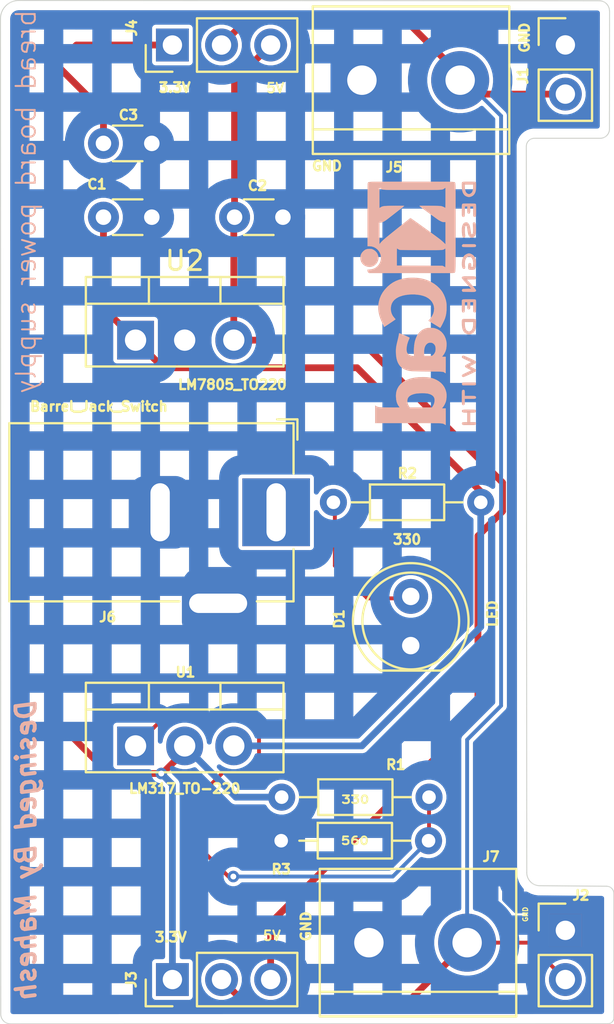
<source format=kicad_pcb>
(kicad_pcb (version 20241229) (generator "pcbnew") (generator_version "9.0")
  (layers (0 "F.Cu" signal) (2 "B.Cu" signal) (13 "F.Paste" user) (15 "B.Paste" user) (5 "F.SilkS" user "F.Silkscreen") (7 "B.SilkS" user "B.Silkscreen") (1 "F.Mask" user) (3 "B.Mask" user) (25 "Edge.Cuts" user))
  (net 0 "")
  (net 1 "/12V")
  (net 2 "GND")
  (net 3 "/5V")
  (net 4 "/3.3V")
  (net 5 "/PWR_output")
  (net 6 "/PWR_input")
  (net 7 "Net-(U1-ADJ)")
  (net 8 "Net-(D1-A)")
  (footprint "TerminalBlock:TerminalBlock_bornier-2_P5.08mm" (layer "F.Cu") (at 149.86 100.965)
    (property "Reference" "J7" (at 6.315 -4.44 0) (layer "F.SilkS") (effects (font (size 0.5 0.5) (thickness 0.125) (bold yes))))
    (property "Value" "Screw_Terminal_01x02" (hide yes))
    (pad "1" thru_hole rect (at 0 0) (size 3 3) (drill 1.52) (layers "*.Cu" "*.Mask") (net 2 "GND"))
    (pad "2" thru_hole circle (at 5.08 0) (size 3 3) (drill 1.52) (layers "*.Cu" "*.Mask") (net 5 "/PWR_output"))
  )
  (footprint "Connector_PinHeader_2.54mm:PinHeader_1x03_P2.54mm_Vertical" (layer "F.Cu") (at 139.7 102.87 90)
    (property "Reference" "J3" (at 0 -2.125 90) (layer "F.SilkS") (effects (font (size 0.5 0.5) (thickness 0.125) (bold yes))))
    (property "Value" "Conn_01x03_Pin" (hide yes))
    (pad "1" thru_hole rect (at 0 0 90) (size 1.7 1.7) (drill 1) (layers "*.Cu" "*.Mask") (net 4 "/3.3V"))
    (pad "2" thru_hole circle (at 0 2.54 90) (size 1.7 1.7) (drill 1) (layers "*.Cu" "*.Mask") (net 5 "/PWR_output"))
    (pad "3" thru_hole circle (at 0 5.08 90) (size 1.7 1.7) (drill 1) (layers "*.Cu" "*.Mask") (net 3 "/5V"))
  )
  (footprint "Resistor_THT:R_Axial_DIN0204_L3.6mm_D1.6mm_P7.62mm_Horizontal" (layer "F.Cu") (at 145.325 95.7)
    (property "Reference" "R3" (at 0 1.475 0) (layer "F.SilkS") (effects (font (size 0.5 0.5) (thickness 0.125) (bold yes))))
    (property "Value" "560" (at 3.81 0 0) (layer "F.SilkS") (effects (font (size 0.4 0.5) (thickness 0.125))))
    (pad "1" thru_hole circle (at 0 0) (size 1.4 1.4) (drill 0.7) (layers "*.Cu" "*.Mask") (net 2 "GND"))
    (pad "2" thru_hole circle (at 7.62 0) (size 1.4 1.4) (drill 0.7) (layers "*.Cu" "*.Mask") (net 7 "Net-(U1-ADJ)"))
  )
  (footprint "Connector_PinHeader_2.54mm:PinHeader_1x03_P2.54mm_Vertical" (layer "F.Cu") (at 139.7 54.61 90)
    (property "Reference" "J4" (at 0.885 -2.1 90) (layer "F.SilkS") (effects (font (size 0.5 0.5) (thickness 0.125) (bold yes))))
    (property "Value" "Conn_01x03_Pin" (hide yes))
    (pad "1" thru_hole rect (at 0 0 90) (size 1.7 1.7) (drill 1) (layers "*.Cu" "*.Mask") (net 4 "/3.3V"))
    (pad "2" thru_hole circle (at 0 2.54 90) (size 1.7 1.7) (drill 1) (layers "*.Cu" "*.Mask") (net 5 "/PWR_output"))
    (pad "3" thru_hole circle (at 0 5.08 90) (size 1.7 1.7) (drill 1) (layers "*.Cu" "*.Mask") (net 3 "/5V"))
  )
  (footprint "LED_THT:LED_D5.0mm" (layer "F.Cu") (at 152.025 85.625 90)
    (property "Reference" "D1" (at 1.375 -3.7 90) (layer "F.SilkS") (effects (font (size 0.5 0.5) (thickness 0.125) (bold yes))))
    (property "Value" "LED" (at 1.65 4.225 90) (layer "F.SilkS") (effects (font (size 0.5 0.5) (thickness 0.125) (bold yes))))
    (pad "1" thru_hole rect (at 0 0 90) (size 1.8 1.8) (drill 0.9) (layers "*.Cu" "*.Mask") (net 2 "GND"))
    (pad "2" thru_hole circle (at 2.54 0 90) (size 1.8 1.8) (drill 0.9) (layers "*.Cu" "*.Mask") (net 8 "Net-(D1-A)"))
  )
  (footprint "Capacitor_THT:C_Disc_D3.0mm_W1.6mm_P2.50mm" (layer "F.Cu") (at 142.915 63.5)
    (property "Reference" "C2" (at 1.185 -1.625 0) (layer "F.SilkS") (effects (font (size 0.5 0.5) (thickness 0.125) (bold yes))))
    (property "Value" "0.1u")
    (pad "1" thru_hole circle (at 0 0) (size 1.6 1.6) (drill 0.8) (layers "*.Cu" "*.Mask") (net 3 "/5V"))
    (pad "2" thru_hole circle (at 2.5 0) (size 1.6 1.6) (drill 0.8) (layers "*.Cu" "*.Mask") (net 2 "GND"))
  )
  (footprint "Capacitor_THT:C_Disc_D3.0mm_W1.6mm_P2.50mm" (layer "F.Cu") (at 136.135 59.69)
    (property "Reference" "C3" (at 1.29 -1.465 0) (layer "F.SilkS") (effects (font (size 0.5 0.5) (thickness 0.125) (bold yes))))
    (property "Value" "1u" (hide yes))
    (pad "1" thru_hole circle (at 0 0) (size 1.6 1.6) (drill 0.8) (layers "*.Cu" "*.Mask") (net 4 "/3.3V"))
    (pad "2" thru_hole circle (at 2.5 0) (size 1.6 1.6) (drill 0.8) (layers "*.Cu" "*.Mask") (net 2 "GND"))
  )
  (footprint "Connector_BarrelJack:BarrelJack_Horizontal" (layer "F.Cu") (at 145.065 78.74)
    (property "Reference" "J6" (at -8.715 5.41 0) (layer "F.SilkS") (effects (font (size 0.5 0.5) (thickness 0.125) (bold yes))))
    (property "Value" "Barrel_Jack_Switch" (at -9.165 -5.465 0) (layer "F.SilkS") (effects (font (size 0.5 0.5) (thickness 0.125) (bold yes))))
    (pad "1" thru_hole rect (at 0 0) (size 3.5 3.5) (drill oval 1 3) (layers "*.Cu" "*.Mask") (net 6 "/PWR_input"))
    (pad "2" thru_hole roundrect (at -6 0) (size 3 3.5) (drill oval 1 3) (layers "*.Cu" "*.Mask") (net 2 "GND"))
    (pad "3" thru_hole roundrect (at -3 4.7) (size 3.5 3.5) (drill oval 3 1) (layers "*.Cu" "*.Mask") (net 2 "GND"))
  )
  (footprint "Resistor_THT:R_Axial_DIN0204_L3.6mm_D1.6mm_P7.62mm_Horizontal" (layer "F.Cu") (at 148.025 78.225)
    (property "Reference" "R2" (at 3.825 -1.5 0) (layer "F.SilkS") (effects (font (size 0.5 0.5) (thickness 0.125) (bold yes))))
    (property "Value" "330" (at 3.81 1.92 0) (layer "F.SilkS") (effects (font (size 0.5 0.5) (thickness 0.125) (bold yes))))
    (pad "1" thru_hole circle (at 0 0) (size 1.4 1.4) (drill 0.7) (layers "*.Cu" "*.Mask") (net 8 "Net-(D1-A)"))
    (pad "2" thru_hole circle (at 7.62 0) (size 1.4 1.4) (drill 0.7) (layers "*.Cu" "*.Mask") (net 1 "/12V"))
  )
  (footprint "Package_TO_SOT_THT:TO-220-3_Vertical" (layer "F.Cu") (at 137.795 69.85)
    (property "Reference" "U2" (at 2.54 -4.1 0) (layer "F.SilkS"))
    (property "Value" "LM7805_TO220" (at 5.005 2.3 0) (layer "F.SilkS") (effects (font (size 0.5 0.5) (thickness 0.125) (bold yes))))
    (pad "1" thru_hole rect (at 0 0) (size 1.905 2) (drill 1.1) (layers "*.Cu" "*.Mask") (net 1 "/12V"))
    (pad "2" thru_hole oval (at 2.54 0) (size 1.905 2) (drill 1.1) (layers "*.Cu" "*.Mask") (net 2 "GND"))
    (pad "3" thru_hole oval (at 5.08 0) (size 1.905 2) (drill 1.1) (layers "*.Cu" "*.Mask") (net 3 "/5V"))
  )
  (footprint "Connector_PinHeader_2.54mm:PinHeader_1x02_P2.54mm_Vertical" (layer "F.Cu") (at 160.02 100.33)
    (property "Reference" "J2" (at 0.805 -1.805 0) (layer "F.SilkS") (effects (font (size 0.5 0.5) (thickness 0.125) (bold yes))))
    (property "Value" "Conn_01x02_Pin" (hide yes))
    (pad "1" thru_hole rect (at 0 0) (size 1.7 1.7) (drill 1) (layers "*.Cu" "*.Mask") (net 2 "GND"))
    (pad "2" thru_hole circle (at 0 2.54) (size 1.7 1.7) (drill 1) (layers "*.Cu" "*.Mask") (net 5 "/PWR_output"))
  )
  (footprint "Connector_PinHeader_2.54mm:PinHeader_1x02_P2.54mm_Vertical" (layer "F.Cu") (at 160.02 54.605)
    (property "Reference" "J1" (hide yes))
    (property "Value" "Conn_01x02_Pin" (hide yes))
    (fp_text user "${REFERENCE}" (at -2.195 1.595 270) (layer "F.SilkS") (effects (font (size 0.5 0.5) (thickness 0.125) (bold yes))))
    (pad "1" thru_hole rect (at 0 0) (size 1.7 1.7) (drill 1) (layers "*.Cu" "*.Mask") (net 2 "GND"))
    (pad "2" thru_hole circle (at 0 2.54) (size 1.7 1.7) (drill 1) (layers "*.Cu" "*.Mask") (net 5 "/PWR_output"))
  )
  (footprint "Package_TO_SOT_THT:TO-220-3_Vertical" (layer "F.Cu") (at 137.795 90.805)
    (property "Reference" "U1" (at 2.58 -3.805 0) (layer "F.SilkS") (effects (font (size 0.5 0.5) (thickness 0.125) (bold yes))))
    (property "Value" "LM317_TO-220" (at 2.54 2.2 0) (layer "F.SilkS") (effects (font (size 0.5 0.5) (thickness 0.125) (bold yes))))
    (pad "1" thru_hole rect (at 0 0) (size 1.905 2) (drill 1.1) (layers "*.Cu" "*.Mask") (net 7 "Net-(U1-ADJ)"))
    (pad "2" thru_hole oval (at 2.54 0) (size 1.905 2) (drill 1.1) (layers "*.Cu" "*.Mask") (net 4 "/3.3V"))
    (pad "3" thru_hole oval (at 5.08 0) (size 1.905 2) (drill 1.1) (layers "*.Cu" "*.Mask") (net 1 "/12V"))
  )
  (footprint "TerminalBlock:TerminalBlock_bornier-2_P5.08mm" (layer "F.Cu") (at 149.5 56.425)
    (property "Reference" "J5" (at 1.665 4.5 0) (layer "F.SilkS") (effects (font (size 0.5 0.5) (thickness 0.125) (bold yes))))
    (property "Value" "Screw_Terminal_01x02" (hide yes))
    (pad "1" thru_hole rect (at 0 0) (size 3 3) (drill 1.52) (layers "*.Cu" "*.Mask") (net 2 "GND"))
    (pad "2" thru_hole circle (at 5.08 0) (size 3 3) (drill 1.52) (layers "*.Cu" "*.Mask") (net 5 "/PWR_output"))
  )
  (footprint "Resistor_THT:R_Axial_DIN0204_L3.6mm_D1.6mm_P7.62mm_Horizontal" (layer "F.Cu") (at 145.35 93.45)
    (property "Reference" "R1" (at 5.9 -1.675 0) (layer "F.SilkS") (effects (font (size 0.5 0.5) (thickness 0.125) (bold yes))))
    (property "Value" "330" (at 3.81 0.127 0) (layer "F.SilkS") (effects (font (size 0.4 0.5) (thickness 0.125))))
    (pad "1" thru_hole circle (at 0 0) (size 1.4 1.4) (drill 0.7) (layers "*.Cu" "*.Mask") (net 4 "/3.3V"))
    (pad "2" thru_hole circle (at 7.62 0) (size 1.4 1.4) (drill 0.7) (layers "*.Cu" "*.Mask") (net 7 "Net-(U1-ADJ)"))
  )
  (footprint "Capacitor_THT:C_Disc_D3.0mm_W1.6mm_P2.50mm" (layer "F.Cu") (at 136.135 63.5)
    (property "Reference" "C1" (at -0.335 -1.7 0) (layer "F.SilkS") (effects (font (size 0.5 0.5) (thickness 0.125) (bold yes))))
    (property "Value" "10u" (hide yes))
    (pad "1" thru_hole circle (at 0 0) (size 1.6 1.6) (drill 0.8) (layers "*.Cu" "*.Mask") (net 1 "/12V"))
    (pad "2" thru_hole circle (at 2.5 0) (size 1.6 1.6) (drill 0.8) (layers "*.Cu" "*.Mask") (net 2 "GND"))
  )
  (footprint "Symbol:KiCad-Logo2_5mm_SilkScreen" (layer "B.Cu") (at 152.4 67.945 -90)
    (property "Reference" "REF**" (hide yes))
    (property "Value" "KiCad-Logo2_5mm_SilkScreen" (hide yes))
  )
  (gr_arc (start 158.7 98.025) (mid 158.222703 97.827297) (end 158.025 97.35) (stroke (width 0.05)) (layer "Edge.Cuts"))
  (gr_line (start 162.3 58.95) (end 162.306 52.85) (stroke (width 0.05)) (layer "Edge.Cuts"))
  (gr_arc (start 162.3 58.95) (mid 162.160876 59.285876) (end 161.825 59.425) (stroke (width 0.05)) (layer "Edge.Cuts"))
  (gr_line (start 130.81 53.25) (end 130.825 104.65) (stroke (width 0.05)) (layer "Edge.Cuts"))
  (gr_line (start 158.425 59.425) (end 161.825 59.425) (stroke (width 0.05)) (layer "Edge.Cuts"))
  (gr_arc (start 162.15 98.05) (mid 162.415165 98.159835) (end 162.525 98.425) (stroke (width 0.05)) (layer "Edge.Cuts"))
  (gr_line (start 131.325 105.156) (end 162.225 105.15) (stroke (width 0.05)) (layer "Edge.Cuts"))
  (gr_line (start 162.15 98.05) (end 158.7 98.025) (stroke (width 0.05)) (layer "Edge.Cuts"))
  (gr_line (start 158.025 97.35) (end 158 59.85) (stroke (width 0.05)) (layer "Edge.Cuts"))
  (gr_arc (start 130.81 53.25) (mid 131.08532 52.58532) (end 131.75 52.31) (stroke (width 0.05)) (layer "Edge.Cuts"))
  (gr_arc (start 131.325 105.156) (mid 130.971447 105.009553) (end 130.825 104.656) (stroke (width 0.05)) (layer "Edge.Cuts"))
  (gr_arc (start 162.525 104.85) (mid 162.437132 105.062132) (end 162.225 105.15) (stroke (width 0.05)) (layer "Edge.Cuts"))
  (gr_arc (start 158 59.85) (mid 158.12448 59.54948) (end 158.425 59.425) (stroke (width 0.05)) (layer "Edge.Cuts"))
  (gr_line (start 161.775 52.325) (end 131.75 52.31) (stroke (width 0.05)) (layer "Edge.Cuts"))
  (gr_line (start 162.525 104.85) (end 162.525 98.425) (stroke (width 0.05)) (layer "Edge.Cuts"))
  (gr_arc (start 161.775 52.325) (mid 162.146231 52.478769) (end 162.3 52.85) (stroke (width 0.05)) (layer "Edge.Cuts"))
  (gr_text "3.3V" (at 138.925 57.1 0) (layer "F.SilkS") (effects (font (size 0.5 0.5) (thickness 0.125) (bold yes)) (justify left bottom)))
  (gr_text "GND" (at 158.1 99.925 90) (layer "F.SilkS") (effects (font (size 0.25 0.25) (thickness 0.0625) (bold yes)) (justify left bottom)))
  (gr_text "5V\n" (at 144.5 57.125 0) (layer "F.SilkS") (effects (font (size 0.5 0.5) (thickness 0.1)) (justify left bottom)))
  (gr_text "3.3V" (at 138.725 100.975 0) (layer "F.SilkS") (effects (font (size 0.5 0.5) (thickness 0.125) (bold yes)) (justify left bottom)))
  (gr_text "GND" (at 146.9 100.965 90) (layer "F.SilkS") (effects (font (size 0.5 0.5) (thickness 0.125) (bold yes)) (justify left bottom)))
  (gr_text "GND" (at 158.2 55.075 90) (layer "F.SilkS") (effects (font (size 0.5 0.5) (thickness 0.125) (bold yes)) (justify left bottom)))
  (gr_text "5V\n" (at 144.325 100.9 0) (layer "F.SilkS") (effects (font (size 0.5 0.5) (thickness 0.1)) (justify left bottom)))
  (gr_text "GND" (at 146.85 61.15 0) (layer "F.SilkS") (effects (font (size 0.5 0.5) (thickness 0.125) (bold yes)) (justify left bottom)))
  (gr_text "bread board power supply" (at 132.715 52.705 90) (layer "B.SilkS") (effects (font (size 1 1) (thickness 0.1)) (justify left bottom mirror)))
  (gr_text "Desinged By Mahesh" (at 132.715 88.265 90) (layer "B.SilkS") (effects (font (size 1 1) (thickness 0.2) (bold yes) (italic yes)) (justify left bottom mirror)))
  (segment (start 136.135 68.19) (end 137.795 69.85) (width 0.35) (layer "F.Cu") (net 1))
  (segment (start 139.221 71.276) (end 137.795 69.85) (width 0.35) (layer "F.Cu") (net 1))
  (segment (start 136.135 63.5) (end 136.135 68.19) (width 0.35) (layer "F.Cu") (net 1))
  (segment (start 149.251 71.276) (end 139.221 71.276) (width 0.35) (layer "F.Cu") (net 1))
  (segment (start 155.645 78.225) (end 155.645 77.67) (width 0.35) (layer "F.Cu") (net 1))
  (segment (start 155.645 77.67) (end 149.251 71.276) (width 0.35) (layer "F.Cu") (net 1))
  (segment (start 149.497 90.805) (end 155.645 84.657) (width 0.35) (layer "B.Cu") (net 1))
  (segment (start 155.645 84.657) (end 155.645 78.225) (width 0.35) (layer "B.Cu") (net 1))
  (segment (start 142.875 90.805) (end 149.497 90.805) (width 0.35) (layer "B.Cu") (net 1))
  (segment (start 142.915 56.475) (end 142.915 63.5) (width 0.35) (layer "F.Cu") (net 3))
  (segment (start 144.78 99.945) (end 155.5 89.225) (width 0.35) (layer "F.Cu") (net 3))
  (segment (start 156.771 77.203595) (end 149.417405 69.85) (width 0.35) (layer "F.Cu") (net 3))
  (segment (start 155.5 89.225) (end 155.5 79.962405) (width 0.35) (layer "F.Cu") (net 3))
  (segment (start 142.875 63.54) (end 142.915 63.5) (width 0.35) (layer "F.Cu") (net 3))
  (segment (start 144.78 102.87) (end 144.78 99.945) (width 0.35) (layer "F.Cu") (net 3))
  (segment (start 144.78 54.61) (end 142.915 56.475) (width 0.35) (layer "F.Cu") (net 3))
  (segment (start 156.771 78.691405) (end 156.771 77.203595) (width 0.35) (layer "F.Cu") (net 3))
  (segment (start 155.5 79.962405) (end 156.771 78.691405) (width 0.35) (layer "F.Cu") (net 3))
  (segment (start 142.875 69.85) (end 142.875 63.54) (width 0.35) (layer "F.Cu") (net 3))
  (segment (start 149.417405 69.85) (end 142.875 69.85) (width 0.35) (layer "F.Cu") (net 3))
  (segment (start 139.7 54.61) (end 134.74 54.61) (width 0.35) (layer "F.Cu") (net 4))
  (segment (start 140.335 91.0695) (end 140.335 90.805) (width 0.35) (layer "F.Cu") (net 4))
  (segment (start 139.125 92.231) (end 139.1735 92.231) (width 0.35) (layer "F.Cu") (net 4))
  (segment (start 139.1735 92.231) (end 140.335 91.0695) (width 0.35) (layer "F.Cu") (net 4))
  (segment (start 136.135 59.69) (end 136.075 59.75) (width 0.35) (layer "F.Cu") (net 4))
  (segment (start 136.135 58.06) (end 136.135 59.69) (width 0.35) (layer "F.Cu") (net 4))
  (segment (start 134.74 54.61) (end 133.725 55.625) (width 0.35) (layer "F.Cu") (net 4))
  (segment (start 133.725 55.65) (end 136.135 58.06) (width 0.35) (layer "F.Cu") (net 4))
  (segment (start 133.725 55.625) (end 133.725 55.65) (width 0.35) (layer "F.Cu") (net 4))
  (segment (start 136.4165 92.231) (end 133.71775 89.53225) (width 0.35) (layer "F.Cu") (net 4))
  (segment (start 139.125 92.231) (end 136.4165 92.231) (width 0.35) (layer "F.Cu") (net 4))
  (segment (start 133.725 89.525) (end 133.71775 89.53225) (width 0.35) (layer "F.Cu") (net 4))
  (segment (start 133.725 55.625) (end 133.725 89.525) (width 0.35) (layer "F.Cu") (net 4))
  (via (at 139.125 92.231) (size 0.6) (drill 0.3) (layers "F.Cu" "B.Cu") (net 4))
  (segment (start 139.7 92.806) (end 139.7 102.87) (width 0.35) (layer "B.Cu") (net 4))
  (segment (start 140.335 90.805) (end 142.98 93.45) (width 0.35) (layer "B.Cu") (net 4))
  (segment (start 142.98 93.45) (end 145.35 93.45) (width 0.35) (layer "B.Cu") (net 4))
  (segment (start 139.125 92.231) (end 139.7 92.806) (width 0.35) (layer "B.Cu") (net 4))
  (segment (start 158.115 100.965) (end 160.02 102.87) (width 0.2) (layer "F.Cu") (net 5))
  (segment (start 151.759 53.334) (end 154.58 56.155) (width 0.35) (layer "F.Cu") (net 5))
  (segment (start 160.02 57.145) (end 155.57 57.145) (width 0.35) (layer "F.Cu") (net 5))
  (segment (start 142.24 102.87) (end 143.516 104.146) (width 0.35) (layer "F.Cu") (net 5))
  (segment (start 143.516 53.334) (end 151.759 53.334) (width 0.35) (layer "F.Cu") (net 5))
  (segment (start 151.759 104.146) (end 154.94 100.965) (width 0.35) (layer "F.Cu") (net 5))
  (segment (start 155.57 57.145) (end 154.85 56.425) (width 0.35) (layer "F.Cu") (net 5))
  (segment (start 154.94 100.965) (end 158.115 100.965) (width 0.2) (layer "F.Cu") (net 5))
  (segment (start 154.85 56.425) (end 154.58 56.425) (width 0.35) (layer "F.Cu") (net 5))
  (segment (start 143.516 104.146) (end 151.759 104.146) (width 0.35) (layer "F.Cu") (net 5))
  (segment (start 142.24 54.61) (end 143.516 53.334) (width 0.35) (layer "F.Cu") (net 5))
  (segment (start 154.58 56.155) (end 154.58 56.425) (width 0.35) (layer "F.Cu") (net 5))
  (segment (start 154.94 90.485) (end 156.696 88.729) (width 0.2) (layer "B.Cu") (net 5))
  (segment (start 156.696 88.729) (end 156.696 58.271) (width 0.2) (layer "B.Cu") (net 5))
  (segment (start 154.85 56.425) (end 154.58 56.425) (width 0.2) (layer "B.Cu") (net 5))
  (segment (start 154.94 100.965) (end 154.94 90.485) (width 0.2) (layer "B.Cu") (net 5))
  (segment (start 156.696 58.271) (end 154.85 56.425) (width 0.2) (layer "B.Cu") (net 5))
  (segment (start 139.146 89.454) (end 143.414927 89.454) (width 0.2) (layer "F.Cu") (net 7))
  (segment (start 141.075 96.025488) (end 142.599512 97.55) (width 0.2) (layer "F.Cu") (net 7))
  (segment (start 144.1785 90.217573) (end 144.1785 91.392427) (width 0.2) (layer "F.Cu") (net 7))
  (segment (start 144.1785 91.392427) (end 143.414927 92.156) (width 0.2) (layer "F.Cu") (net 7))
  (segment (start 152.97 95.675) (end 152.945 95.7) (width 0.2) (layer "F.Cu") (net 7))
  (segment (start 143.414927 89.454) (end 144.1785 90.217573) (width 0.2) (layer "F.Cu") (net 7))
  (segment (start 142.599512 97.55) (end 142.85 97.55) (width 0.2) (layer "F.Cu") (net 7))
  (segment (start 152.97 93.45) (end 152.97 95.675) (width 0.2) (layer "F.Cu") (net 7))
  (segment (start 143.414927 92.156) (end 142.335073 92.156) (width 0.2) (layer "F.Cu") (net 7))
  (segment (start 142.335073 92.156) (end 141.075 93.416073) (width 0.2) (layer "F.Cu") (net 7))
  (segment (start 141.075 93.416073) (end 141.075 96.025488) (width 0.2) (layer "F.Cu") (net 7))
  (segment (start 137.795 90.805) (end 139.146 89.454) (width 0.2) (layer "F.Cu") (net 7))
  (via (at 142.85 97.55) (size 0.6) (drill 0.3) (layers "F.Cu" "B.Cu") (net 7))
  (segment (start 142.85 97.55) (end 151.095 97.55) (width 0.2) (layer "B.Cu") (net 7))
  (segment (start 151.095 97.55) (end 152.945 95.7) (width 0.2) (layer "B.Cu") (net 7))
  (segment (start 149.785 83.185) (end 151.925 83.185) (width 0.2) (layer "F.Cu") (net 8))
  (segment (start 148.1 78.3) (end 148.1 81.5) (width 0.2) (layer "F.Cu") (net 8))
  (segment (start 148.1 81.5) (end 149.785 83.185) (width 0.2) (layer "F.Cu") (net 8))
  (segment (start 148.025 78.225) (end 148.1 78.3) (width 0.2) (layer "F.Cu") (net 8))
  (segment (start 151.925 83.185) (end 152.025 83.085) (width 0.2) (layer "F.Cu") (net 8))
  (zone (net 2) (net_name "GND") (layer "B.Cu") (connect_pads yes (clearance 0)) (min_thickness 0.25) (fill yes (mode hatch) (thermal_gap 0.5) (thermal_bridge_width 0.5) (hatch_thickness 1) (hatch_gap 1.5) (hatch_orientation 0) (hatch_border_algorithm hatch_thickness) (hatch_min_hole_area 0.3))
    (polygon (pts (xy 161.975 52.625) (xy 131.65 52.5) (xy 130.95 53.075) (xy 130.875 104.725) (xy 131.125 105) (xy 162.3 104.775) (xy 162.15 98.3) (xy 157.875 98.325) (xy 157.925 59.15) (xy 162.175 59.15)))
  )
)
</source>
